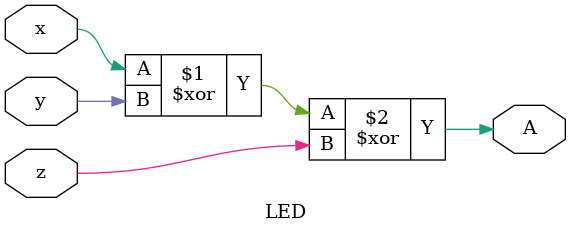
<source format=sv>
module LED(
input logic x,y,z,
output logic A
);

assign A=x^y^z;

endmodule
</source>
